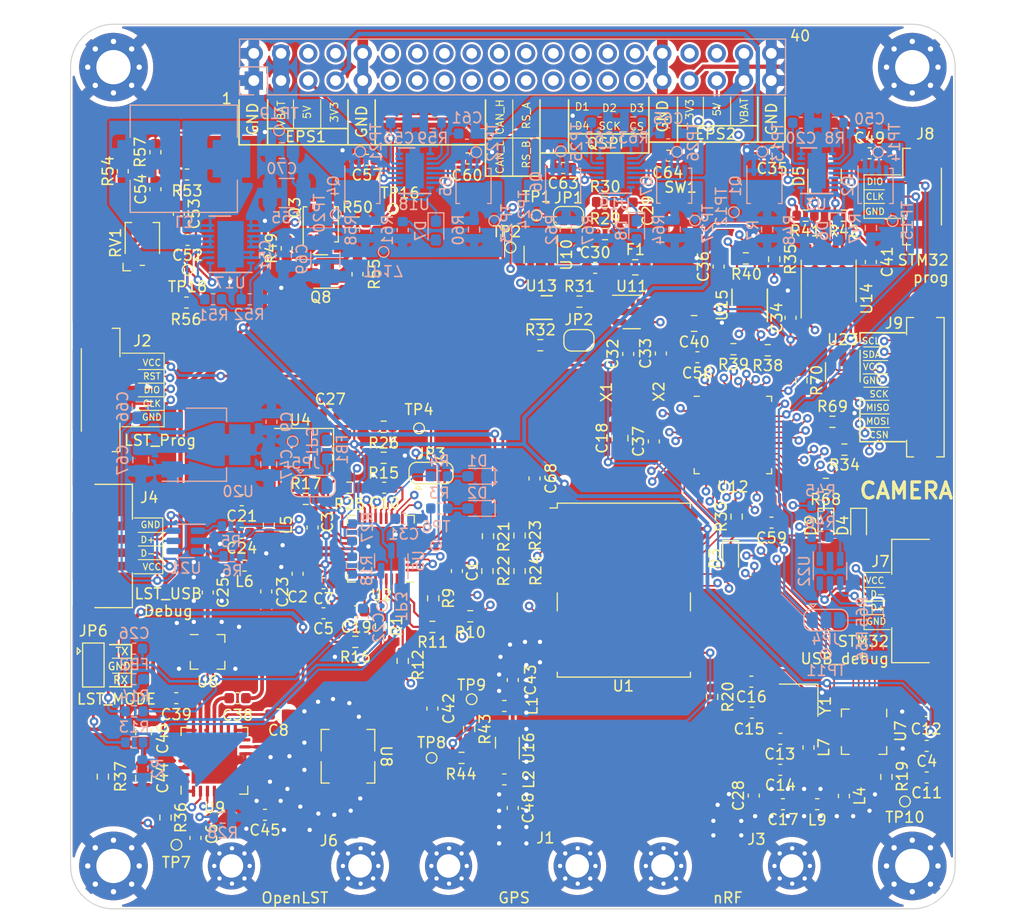
<source format=kicad_pcb>
(kicad_pcb (version 20211014) (generator pcbnew)

  (general
    (thickness 0.986)
  )

  (paper "A4")
  (layers
    (0 "F.Cu" power)
    (1 "In1.Cu" mixed)
    (2 "In2.Cu" mixed)
    (31 "B.Cu" power)
    (32 "B.Adhes" user "B.Adhesive")
    (33 "F.Adhes" user "F.Adhesive")
    (34 "B.Paste" user)
    (35 "F.Paste" user)
    (36 "B.SilkS" user "B.Silkscreen")
    (37 "F.SilkS" user "F.Silkscreen")
    (38 "B.Mask" user)
    (39 "F.Mask" user)
    (40 "Dwgs.User" user "User.Drawings")
    (41 "Cmts.User" user "User.Comments")
    (42 "Eco1.User" user "User.Eco1")
    (43 "Eco2.User" user "User.Eco2")
    (44 "Edge.Cuts" user)
    (45 "Margin" user)
    (46 "B.CrtYd" user "B.Courtyard")
    (47 "F.CrtYd" user "F.Courtyard")
    (48 "B.Fab" user)
    (49 "F.Fab" user)
    (50 "User.1" user)
    (51 "User.2" user)
    (52 "User.3" user)
    (53 "User.4" user)
    (54 "User.5" user)
    (55 "User.6" user)
    (56 "User.7" user)
    (57 "User.8" user)
    (58 "User.9" user)
  )

  (setup
    (stackup
      (layer "F.SilkS" (type "Top Silk Screen"))
      (layer "F.Paste" (type "Top Solder Paste"))
      (layer "F.Mask" (type "Top Solder Mask") (thickness 0.01))
      (layer "F.Cu" (type "copper") (thickness 0.018))
      (layer "dielectric 1" (type "core") (thickness 0.175) (material "FR4") (epsilon_r 4.5) (loss_tangent 0.02))
      (layer "In1.Cu" (type "copper") (thickness 0.035))
      (layer "dielectric 2" (type "prepreg") (thickness 0.51) (material "FR4") (epsilon_r 4.5) (loss_tangent 0.02))
      (layer "In2.Cu" (type "copper") (thickness 0.035))
      (layer "dielectric 3" (type "core") (thickness 0.175) (material "FR4") (epsilon_r 4.5) (loss_tangent 0.02))
      (layer "B.Cu" (type "copper") (thickness 0.018))
      (layer "B.Mask" (type "Bottom Solder Mask") (thickness 0.01))
      (layer "B.Paste" (type "Bottom Solder Paste"))
      (layer "B.SilkS" (type "Bottom Silk Screen"))
      (copper_finish "None")
      (dielectric_constraints no)
    )
    (pad_to_mask_clearance 0)
    (pcbplotparams
      (layerselection 0x00010fc_ffffffff)
      (disableapertmacros false)
      (usegerberextensions false)
      (usegerberattributes true)
      (usegerberadvancedattributes true)
      (creategerberjobfile true)
      (svguseinch false)
      (svgprecision 6)
      (excludeedgelayer true)
      (plotframeref false)
      (viasonmask false)
      (mode 1)
      (useauxorigin false)
      (hpglpennumber 1)
      (hpglpenspeed 20)
      (hpglpendiameter 15.000000)
      (dxfpolygonmode true)
      (dxfimperialunits true)
      (dxfusepcbnewfont true)
      (psnegative false)
      (psa4output false)
      (plotreference true)
      (plotvalue true)
      (plotinvisibletext false)
      (sketchpadsonfab false)
      (subtractmaskfromsilk false)
      (outputformat 1)
      (mirror false)
      (drillshape 1)
      (scaleselection 1)
      (outputdirectory "")
    )
  )

  (net 0 "")
  (net 1 "Net-(C1-Pad1)")
  (net 2 "GND")
  (net 3 "+3V3")
  (net 4 "/OpenLST (Beacon)/PA_VAPC")
  (net 5 "+3V8")
  (net 6 "/OpenLST (Beacon)/VDD_USB_LST")
  (net 7 "Net-(C12-Pad1)")
  (net 8 "Net-(C13-Pad2)")
  (net 9 "Net-(C15-Pad1)")
  (net 10 "Net-(C16-Pad1)")
  (net 11 "Net-(C17-Pad1)")
  (net 12 "Net-(C17-Pad2)")
  (net 13 "/MCU/MCU_POWER")
  (net 14 "Net-(C19-Pad1)")
  (net 15 "/3V3 power share/VCC_EN")
  (net 16 "Net-(C21-Pad2)")
  (net 17 "Net-(C22-Pad1)")
  (net 18 "Net-(C23-Pad2)")
  (net 19 "Net-(C24-Pad1)")
  (net 20 "Net-(C24-Pad2)")
  (net 21 "Net-(C25-Pad2)")
  (net 22 "Net-(C26-Pad1)")
  (net 23 "Net-(C29-Pad1)")
  (net 24 "/3V3 power share/EPS#1")
  (net 25 "Net-(C35-Pad2)")
  (net 26 "Net-(C38-Pad1)")
  (net 27 "Net-(C38-Pad2)")
  (net 28 "Net-(C39-Pad1)")
  (net 29 "Net-(C39-Pad2)")
  (net 30 "/MCU/VREF")
  (net 31 "Net-(C42-Pad1)")
  (net 32 "Net-(C43-Pad1)")
  (net 33 "Net-(C43-Pad2)")
  (net 34 "Net-(C45-Pad1)")
  (net 35 "Net-(C45-Pad2)")
  (net 36 "Net-(C48-Pad1)")
  (net 37 "Net-(C48-Pad2)")
  (net 38 "Net-(C49-Pad1)")
  (net 39 "/3V3 power share/EPS#2")
  (net 40 "Net-(C50-Pad1)")
  (net 41 "VIN")
  (net 42 "Net-(C52-Pad1)")
  (net 43 "Net-(C52-Pad2)")
  (net 44 "Net-(C53-Pad1)")
  (net 45 "Net-(C54-Pad1)")
  (net 46 "/Power Convertor/VBAT1/VCC_EN")
  (net 47 "/Power Convertor/EPS#1_VBAT")
  (net 48 "Net-(C57-Pad2)")
  (net 49 "Net-(C60-Pad1)")
  (net 50 "/Power Convertor/EPS#2_VBAT")
  (net 51 "Net-(C61-Pad1)")
  (net 52 "/5V power share/VCC_EN")
  (net 53 "/5V power share/EPS#1")
  (net 54 "Net-(C63-Pad2)")
  (net 55 "Net-(C64-Pad1)")
  (net 56 "/5V power share/EPS#2")
  (net 57 "Net-(C65-Pad1)")
  (net 58 "/OpenLST (Beacon)/USB_POWER_LST")
  (net 59 "Net-(D1-Pad2)")
  (net 60 "Net-(D2-Pad2)")
  (net 61 "Net-(D3-Pad1)")
  (net 62 "Net-(D4-Pad1)")
  (net 63 "/MCU/CAN_L")
  (net 64 "/MCU/CAN_H")
  (net 65 "Net-(D6-Pad1)")
  (net 66 "Net-(D6-Pad2)")
  (net 67 "Net-(D7-Pad1)")
  (net 68 "Net-(D7-Pad2)")
  (net 69 "Net-(D8-Pad1)")
  (net 70 "Net-(D8-Pad2)")
  (net 71 "Net-(D9-Pad1)")
  (net 72 "Net-(F1-Pad2)")
  (net 73 "Net-(FB1-Pad1)")
  (net 74 "/OpenLST (Beacon)/PROG_DD")
  (net 75 "/OpenLST (Beacon)/PROG_DC")
  (net 76 "/OpenLST (Beacon)/~{LST_RESET}")
  (net 77 "/MCU/USB_POWER")
  (net 78 "/MCU/SWCLK")
  (net 79 "/MCU/SWDIO")
  (net 80 "/MCU/QSPI_D1{slash}CAM_CSN")
  (net 81 "/MCU/QSPI_D2{slash}CAM_MOSI")
  (net 82 "/MCU/QSPI_D3{slash}CAM_MISO")
  (net 83 "/MCU/CAM_SCK")
  (net 84 "+5V")
  (net 85 "/I2C_SDA")
  (net 86 "/I2C_SCL")
  (net 87 "unconnected-(J12-Pad6)")
  (net 88 "unconnected-(J12-Pad8)")
  (net 89 "unconnected-(J12-Pad11)")
  (net 90 "unconnected-(J12-Pad12)")
  (net 91 "unconnected-(J12-Pad13)")
  (net 92 "unconnected-(J12-Pad14)")
  (net 93 "unconnected-(J12-Pad15)")
  (net 94 "unconnected-(J12-Pad16)")
  (net 95 "unconnected-(J12-Pad17)")
  (net 96 "unconnected-(J12-Pad18)")
  (net 97 "/MCU/RS_485_~{B}")
  (net 98 "/MCU/RS_485_A")
  (net 99 "unconnected-(J12-Pad23)")
  (net 100 "unconnected-(J12-Pad24)")
  (net 101 "/MCU/QSPI_D0")
  (net 102 "/MCU/QSPI_SCK")
  (net 103 "/MCU/QSPI_NCS")
  (net 104 "unconnected-(J12-Pad34)")
  (net 105 "unconnected-(J12-Pad36)")
  (net 106 "Net-(JP1-Pad1)")
  (net 107 "/MCU/NRST")
  (net 108 "Net-(JP2-Pad1)")
  (net 109 "Net-(JP2-Pad2)")
  (net 110 "/OpenLST (Beacon)/RF_EN")
  (net 111 "/OpenLST (Beacon)/RF_EN_MCU")
  (net 112 "/OpenLST (Beacon)/RF_PWR_EN")
  (net 113 "Net-(JP4-Pad3)")
  (net 114 "/MCU/VDD_USB")
  (net 115 "Net-(L3-Pad1)")
  (net 116 "Net-(L3-Pad2)")
  (net 117 "Net-(L4-Pad1)")
  (net 118 "Net-(L4-Pad2)")
  (net 119 "Net-(Q1-Pad5)")
  (net 120 "Net-(Q1-Pad4)")
  (net 121 "Net-(Q2-Pad4)")
  (net 122 "Net-(Q2-Pad5)")
  (net 123 "Net-(Q3-Pad4)")
  (net 124 "Net-(Q3-Pad5)")
  (net 125 "Net-(Q4-Pad5)")
  (net 126 "Net-(Q4-Pad4)")
  (net 127 "Net-(Q5-Pad4)")
  (net 128 "Net-(Q5-Pad5)")
  (net 129 "Net-(Q6-Pad5)")
  (net 130 "Net-(Q6-Pad4)")
  (net 131 "Net-(Q7-Pad4)")
  (net 132 "Net-(Q7-Pad5)")
  (net 133 "/OpenLST (Beacon)/~{LST_RX_MODE}")
  (net 134 "/OpenLST (Beacon)/LST_TX_MODE")
  (net 135 "Net-(R3-Pad2)")
  (net 136 "Net-(R4-Pad2)")
  (net 137 "Net-(R5-Pad1)")
  (net 138 "/OpenLST (Beacon)/USB_N")
  (net 139 "/OpenLST (Beacon)/USB_P")
  (net 140 "Net-(R6-Pad2)")
  (net 141 "Net-(R8-Pad2)")
  (net 142 "Net-(R9-Pad1)")
  (net 143 "/OpenLST (Beacon)/UART0_CTS")
  (net 144 "Net-(R10-Pad1)")
  (net 145 "/OpenLST (Beacon)/UART0_RTS")
  (net 146 "Net-(R11-Pad1)")
  (net 147 "/OpenLST (Beacon)/UART0_RX")
  (net 148 "Net-(R12-Pad1)")
  (net 149 "/OpenLST (Beacon)/UART0_TX")
  (net 150 "Net-(R15-Pad2)")
  (net 151 "Net-(R16-Pad2)")
  (net 152 "Net-(R17-Pad1)")
  (net 153 "Net-(R17-Pad2)")
  (net 154 "Net-(R19-Pad2)")
  (net 155 "/OpenLST (Beacon)/AN0")
  (net 156 "/OpenLST (Beacon)/AN1")
  (net 157 "Net-(R25-Pad2)")
  (net 158 "/OpenLST (Beacon)/RF_BYP")
  (net 159 "Net-(R32-Pad1)")
  (net 160 "/MCU/LED2")
  (net 161 "/MCU/CAN_RS")
  (net 162 "/MCU/RS_485_R_EN")
  (net 163 "/MCU/RS_485_T_EN")
  (net 164 "Net-(R43-Pad2)")
  (net 165 "Net-(R44-Pad1)")
  (net 166 "Net-(R44-Pad2)")
  (net 167 "Net-(R45-Pad1)")
  (net 168 "/MCU/USB_N")
  (net 169 "/MCU/USB_P")
  (net 170 "Net-(R46-Pad2)")
  (net 171 "Net-(R51-Pad2)")
  (net 172 "Net-(R52-Pad1)")
  (net 173 "Net-(R54-Pad2)")
  (net 174 "Net-(R59-Pad2)")
  (net 175 "Net-(R63-Pad2)")
  (net 176 "unconnected-(U1-Pad1)")
  (net 177 "unconnected-(U1-Pad3)")
  (net 178 "/GPS Module/IRQ")
  (net 179 "unconnected-(U1-Pad5)")
  (net 180 "unconnected-(U1-Pad6)")
  (net 181 "/GPS Module/RESET")
  (net 182 "unconnected-(U1-Pad15)")
  (net 183 "unconnected-(U1-Pad16)")
  (net 184 "unconnected-(U1-Pad17)")
  (net 185 "/GPS Module/TXD")
  (net 186 "/GPS Module/RXD")
  (net 187 "unconnected-(U2-Pad8)")
  (net 188 "unconnected-(U2-Pad18)")
  (net 189 "unconnected-(U2-Pad20)")
  (net 190 "/MCU/NRF_CE")
  (net 191 "/MCU/NRF_SPI_CSN")
  (net 192 "/MCU/NRF_SPI_SCK")
  (net 193 "/MCU/NRF_SPI_MOSI")
  (net 194 "/MCU/NRF_SPI_MISO")
  (net 195 "/MCU/NRF_IRQ")
  (net 196 "Net-(U8-Pad2)")
  (net 197 "Net-(U8-Pad6)")
  (net 198 "unconnected-(U9-Pad14)")
  (net 199 "unconnected-(U9-Pad16)")
  (net 200 "unconnected-(U9-Pad25)")
  (net 201 "unconnected-(U10-Pad3)")
  (net 202 "/MCU/WDG_RESET")
  (net 203 "unconnected-(U11-Pad3)")
  (net 204 "unconnected-(U12-Pad1)")
  (net 205 "/MCU/LSE")
  (net 206 "/MCU/HSE")
  (net 207 "/MCU/CAN_RX")
  (net 208 "/MCU/CAN_TX")
  (net 209 "unconnected-(U13-Pad3)")
  (net 210 "/MCU/RS_485_R")
  (net 211 "/MCU/RS_485_T")
  (net 212 "unconnected-(U15-Pad7)")
  (net 213 "Net-(JP6-Pad3)")
  (net 214 "/camera/CAM_VCC")
  (net 215 "Net-(R70-Pad1)")
  (net 216 "Net-(J4-Pad2)")
  (net 217 "Net-(J4-Pad3)")
  (net 218 "Net-(J7-Pad2)")
  (net 219 "Net-(J7-Pad3)")
  (net 220 "Net-(JP6-Pad1)")
  (net 221 "unconnected-(X1-Pad1)")

  (footprint "Capacitor_SMD:C_0805_2012Metric_Pad1.18x1.45mm_HandSolder" (layer "F.Cu") (at 143.1544 71.9044))

  (footprint "TCY_Buttons:KMT031NGJLHS" (layer "F.Cu") (at 141.8844 61.5881))

  (footprint "Resistor_SMD:R_0603_1608Metric" (layer "F.Cu") (at 93.853 117.983 90))

  (footprint "Resistor_SMD:R_0603_1608Metric" (layer "F.Cu") (at 157.099 61.849 180))

  (footprint "Package_DFN_QFN:QFN-20-1EP_4x4mm_P0.5mm_EP2.5x2.5mm" (layer "F.Cu") (at 159.004 109.982 -90))

  (footprint "MountingHole:MountingHole_3.2mm_M3_Pad_Via" (layer "F.Cu") (at 163.5 122.5))

  (footprint "Resistor_SMD:R_0603_1608Metric" (layer "F.Cu") (at 123.9266 91.7448 90))

  (footprint "Capacitor_SMD:C_0603_1608Metric" (layer "F.Cu") (at 94.8583 106.8505))

  (footprint "Resistor_SMD:R_0603_1608Metric" (layer "F.Cu") (at 147.9804 65.8368 180))

  (footprint "Inductor_SMD:L_0603_1608Metric" (layer "F.Cu") (at 103.492 90.678 -90))

  (footprint "Resistor_SMD:R_0603_1608Metric" (layer "F.Cu") (at 121.4628 112.4204))

  (footprint "MountingHole:MountingHole_3.2mm_M3_Pad_Via" (layer "F.Cu") (at 89 48))

  (footprint "Capacitor_SMD:C_0603_1608Metric" (layer "F.Cu") (at 100.965 88.392))

  (footprint "TCY_Connector:Amphenol 10114830-11104LF 1x04 Vertical" (layer "F.Cu") (at 88.265 92.6592 -90))

  (footprint "Capacitor_SMD:C_0603_1608Metric" (layer "F.Cu") (at 128.27 86.36 90))

  (footprint "Capacitor_SMD:C_0603_1608Metric" (layer "F.Cu") (at 152.146 71.374 90))

  (footprint "Resistor_SMD:R_0603_1608Metric" (layer "F.Cu") (at 153.162 77.216 -90))

  (footprint "Capacitor_SMD:C_0603_1608Metric" (layer "F.Cu") (at 114.2492 87.2236 180))

  (footprint "Inductor_SMD:L_0603_1608Metric" (layer "F.Cu") (at 125.45 114.427 180))

  (footprint "RF_GPS:ublox_NEO" (layer "F.Cu") (at 136.6012 96.774))

  (footprint "Package_TO_SOT_SMD:SOT-23-6_Handsoldering" (layer "F.Cu") (at 157.0228 76.454 -90))

  (footprint "Capacitor_SMD:C_0603_1608Metric" (layer "F.Cu") (at 108.585 96.139 180))

  (footprint "Inductor_SMD:L_0603_1608Metric" (layer "F.Cu") (at 105.156 64.897 90))

  (footprint "Resistor_SMD:R_0603_1608Metric" (layer "F.Cu") (at 161.0868 114.1984 90))

  (footprint "Jumper:SolderJumper-2_P1.3mm_Open_RoundedPad1.0x1.5mm" (layer "F.Cu") (at 132.4108 73.4753 180))

  (footprint "Capacitor_SMD:C_0603_1608Metric" (layer "F.Cu") (at 118.745 107.823 -90))

  (footprint "Jumper:SolderJumper-2_P1.3mm_Open_RoundedPad1.0x1.5mm" (layer "F.Cu") (at 131.4456 61.9945))

  (footprint "Inductor_SMD:L_0603_1608Metric" (layer "F.Cu") (at 95.8596 58.0136))

  (footprint "Capacitor_SMD:C_0603_1608Metric" (layer "F.Cu") (at 133.9218 66.7189))

  (footprint "Capacitor_SMD:C_0603_1608Metric" (layer "F.Cu") (at 126.24 105.156 -90))

  (footprint "Capacitor_SMD:C_0603_1608Metric" (layer "F.Cu") (at 151.1938 113.538))

  (footprint "MountingHole:MountingHole_3.2mm_M3_Pad_Via" (layer "F.Cu") (at 163.5 48))

  (footprint "Resistor_SMD:R_0603_1608Metric" (layer "F.Cu") (at 111.5568 101.6 180))

  (footprint "Resistor_SMD:R_0603_1608Metric" (layer "F.Cu") (at 118.8212 97.536 -90))

  (footprint "Resistor_SMD:R_0603_1608Metric" (layer "F.Cu") (at 134.8492 60.5721))

  (footprint "Resistor_SMD:R_0603_1608Metric" (layer "F.Cu") (at 157.1752 83.6676 180))

  (footprint "Capacitor_SMD:C_0603_1608Metric" (layer "F.Cu") (at 122.0216 56.515))

  (footprint "TCY_Connector:TestPoint_Pad_D0.5mm" (layer "F.Cu") (at 122.4026 106.947))

  (footprint "Resistor_SMD:R_0603_1608Metric" (layer "F.Cu") (at 126.873 94.996 90))

  (footprint "Resistor_SMD:R_0603_1608Metric" (layer "F.Cu") (at 115.9764 103.378 -90))

  (footprint "Capacitor_SMD:C_0603_1608Metric" (layer "F.Cu") (at 139.3952 82.9056 90))

  (footprint "Resistor_SMD:R_0603_1608Metric" (layer "F.Cu") (at 110.998 87.2236))

  (footprint "Resistor_SMD:R_0603_1608Metric" (layer "F.Cu") (at 113.9444 100.1268 90))

  (footprint "footprints:iPEX" (layer "F.Cu") (at 146.25 122.5 180))

  (footprint "Capacitor_SMD:C_0603_1608Metric" (layer "F.Cu") (at 148.717 115.938 90))

  (footprint "Capacitor_SMD:C_0603_1608Metric" (layer "F.Cu") (at 164.846 114.2492 180))

  (footprint "Capacitor_SMD:C_0603_1608Metric" (layer "F.Cu") (at 112.649 56.642))

  (footprint "Inductor_SMD:L_0603_1608Metric" (layer "F.Cu") (at 153.8224 111.4552 -90))

  (footprint "Capacitor_SMD:C_0603_1608Metric" (layer "F.Cu") (at 137.414 61.3849 -90))

  (footprint "Capacitor_SMD:C_0603_1608Metric" (layer "F.Cu") (at 159.517223 56.0263))

  (footprint "Resistor_SMD:R_0603_1608Metric" (layer "F.Cu") (at 144.8308 106.7308 90))

  (footprint "Resistor_SMD:R_0603_1608Metric" (layer "F.Cu") (at 123.8758 94.996 90))

  (footprint "footprints:iPEX" (layer "F.Cu") (at 106 122.5 180))

  (footprint "Capacitor_SMD:C_0603_1608Metric" (layer "F.Cu") (at 100.952 91.44 180))

  (footprint "TCY_Connector:TestPoint_Pad_D0.5mm" (layer "F.Cu") (at 117.5004 81.6864))

  (footprint "Package_DFN_QFN:DFN-10-1EP_3x3mm_P0.5mm_EP1.55x2.48mm" (layer "F.Cu")
    (tedit 5EA4BECA) (tstamp 64263d5c-9427-4c92-a73a-afe8e63e20fb)
    (at 148.336 70.2056 90)
    (descr "10-Lead Plastic Dual Flat, No Lead Package (MF) - 3x3x0.9 mm Body [DFN] (see Microchip Packaging Specification 00000049BS.pdf)")
    (tags "DFN 0.5")
    (property "Sheetfile" "mcu_comm.kicad_sch")
    (property "Sheetname" "MCU")
    (path "/81a5172c-b171-400d-8856-41d6e486bdd1/a66e8b44-b972-4f7b-ba80-f64e58de1944")
    (attr smd)
    (fp_text reference "U15" (at 0 -2.575 90) (layer "F.SilkS")
      (effects (font (size 1 1) (thickness 0.15)))
      (tstamp af58d6aa-33e4-4da2-8ea3-2304125e31c0)
    )
    (fp_text value "MAX13430ETB+" (at 0 2.575 90) (layer "F.Fab")
      (effects (font (size 1 1) (thickness 0.15)))
      (tstamp 94937ca0-c1d9-424d-88cf-010fb503f8a5)
    )
    (fp_text user "${REFERENCE}" (at 0 0 90) (layer "F.Fab")
      (effects (font (size 0.7 0.7) (thickness 0.105)))
      (tstamp 67a55320-79e2-4952-9d6a-671cbdcfc9f7)
    )
    (fp_line (start -1.5 1.65) (end 1.5 1.65) (layer "F.SilkS") (width 0.15) (tstamp 47b3834c-8a87-4af3-9143-c88b9cd89304))
    (fp_line (start 0 -1.65) (end 1.5 -1.65) (layer "F.SilkS") (width 0.15) (tstamp adc74667-5dec-4b95-9d35-ffc7db9ad260))
    (fp_line (start -2.15 -1.85) (end -2.15 1.85) (layer "F.CrtYd") (width 0.05) (tstamp 20c401b1-c1bb-42cd-8ef2-fd89663a6cf3))
    (fp_line (start -2.15 1.85) (end 2.15 1.85) (layer "F.CrtYd") (width 0.05) (tstamp a7098063-91db-4dae-8c97-631051e8de0e))
    (fp_line (start 2.15 -1.85) (end 2.15 1.85) (layer "F.CrtYd") (width 0.05) (tstamp d1594cc0-0357-4de5-8d76-bb3a044297b2))
    (fp_line (start -2.15 -1.85) (end 2.15 -1.85) (layer "F.CrtYd") (width 0.05) (tstamp d500cfb3-be5f-4c90-8432-d0e5e29eda2a))
    (fp_line (start -1.5 -0.5) (end -0.5 -1.5) (layer "F.Fab") (width 0.15) (tstamp 4013842c-f594-4f18-a07a-785be971cdaf))
    (fp_line (start -1.5 1.5) (end -1.5 -0.5) (layer "F.Fab") (width 0.15) (tstamp 68cc97a1-6c76-411f-a28b-36162918d55d))
    (fp_line (start 1.5 1.5) (end -1.5 1.5) (layer "F.Fab") (width 0.15) (tstamp 6a2b63d3-b52c-4af8-b72e-63fe811d3d24))
    (fp_line (start 1.5 -1.5) (end 1.5 1.5) (layer "F.Fab") (width 0.15) (tstamp b6b0b082-3ad5-486d-9247-7e4db31838ef))
    (fp_line (start -0.5 -1.5) (end 1.5 -1.5) (layer "F.Fab") (width 0.15) (tstamp c40a33aa-f777-4109-9efd-12123c039897))
    (pad "" smd rect locked (at 0.3875 0.62 90) (size 0.6 1.05) (layers "F.Paste") (tstamp 13432df8-5be2-422d-b431-13bedccbff4d))
    (pad "" smd rect locked (at -0.3875 -0.62 90) (size 0.6 1.05) (layers "F.Paste") (tstamp 4be9d67c-a6f3-435e-8133-0f53bd74a878))
    (pad "" smd rect locked (at -0.3875 0.62 90) (size 0.6 1.05) (layers "F.Paste") (tstamp 5d69c2f3-acbd-4c54-bda2-b7785c2010cf))
    (pad "" smd rect locked (at 0.3875 -0.62 90) (size 
... [3774400 chars truncated]
</source>
